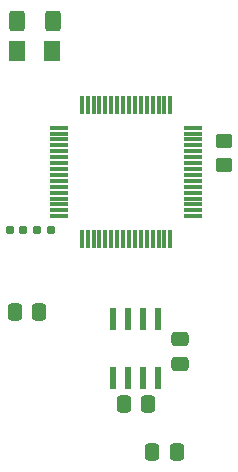
<source format=gbr>
%TF.GenerationSoftware,KiCad,Pcbnew,9.0.0*%
%TF.CreationDate,2025-04-06T17:48:58-04:00*%
%TF.ProjectId,Thruster_Control_Card_COPY,54687275-7374-4657-925f-436f6e74726f,rev?*%
%TF.SameCoordinates,Original*%
%TF.FileFunction,Paste,Top*%
%TF.FilePolarity,Positive*%
%FSLAX46Y46*%
G04 Gerber Fmt 4.6, Leading zero omitted, Abs format (unit mm)*
G04 Created by KiCad (PCBNEW 9.0.0) date 2025-04-06 17:48:58*
%MOMM*%
%LPD*%
G01*
G04 APERTURE LIST*
G04 Aperture macros list*
%AMRoundRect*
0 Rectangle with rounded corners*
0 $1 Rounding radius*
0 $2 $3 $4 $5 $6 $7 $8 $9 X,Y pos of 4 corners*
0 Add a 4 corners polygon primitive as box body*
4,1,4,$2,$3,$4,$5,$6,$7,$8,$9,$2,$3,0*
0 Add four circle primitives for the rounded corners*
1,1,$1+$1,$2,$3*
1,1,$1+$1,$4,$5*
1,1,$1+$1,$6,$7*
1,1,$1+$1,$8,$9*
0 Add four rect primitives between the rounded corners*
20,1,$1+$1,$2,$3,$4,$5,0*
20,1,$1+$1,$4,$5,$6,$7,0*
20,1,$1+$1,$6,$7,$8,$9,0*
20,1,$1+$1,$8,$9,$2,$3,0*%
G04 Aperture macros list end*
%ADD10RoundRect,0.155000X0.212500X0.155000X-0.212500X0.155000X-0.212500X-0.155000X0.212500X-0.155000X0*%
%ADD11R,0.558000X1.969999*%
%ADD12RoundRect,0.250000X0.337500X0.475000X-0.337500X0.475000X-0.337500X-0.475000X0.337500X-0.475000X0*%
%ADD13RoundRect,0.250000X-0.337500X-0.475000X0.337500X-0.475000X0.337500X0.475000X-0.337500X0.475000X0*%
%ADD14RoundRect,0.250000X0.475000X-0.337500X0.475000X0.337500X-0.475000X0.337500X-0.475000X-0.337500X0*%
%ADD15RoundRect,0.250000X0.400000X0.625000X-0.400000X0.625000X-0.400000X-0.625000X0.400000X-0.625000X0*%
%ADD16RoundRect,0.250000X-0.450000X0.350000X-0.450000X-0.350000X0.450000X-0.350000X0.450000X0.350000X0*%
%ADD17RoundRect,0.250001X0.462499X0.624999X-0.462499X0.624999X-0.462499X-0.624999X0.462499X-0.624999X0*%
%ADD18RoundRect,0.075000X-0.700000X-0.075000X0.700000X-0.075000X0.700000X0.075000X-0.700000X0.075000X0*%
%ADD19RoundRect,0.075000X-0.075000X-0.700000X0.075000X-0.700000X0.075000X0.700000X-0.075000X0.700000X0*%
G04 APERTURE END LIST*
D10*
%TO.C,C1*%
X154635000Y-71000000D03*
X153500000Y-71000000D03*
%TD*%
D11*
%TO.C,U6*%
X163700000Y-78576200D03*
X162430000Y-78576200D03*
X161160000Y-78576200D03*
X159890000Y-78576200D03*
X159890000Y-83503800D03*
X161160000Y-83503800D03*
X162430000Y-83503800D03*
X163700000Y-83503800D03*
%TD*%
D12*
%TO.C,22uf*%
X165312500Y-89825000D03*
X163237500Y-89825000D03*
%TD*%
D13*
%TO.C,4.7uf*%
X151587500Y-77925000D03*
X153662500Y-77925000D03*
%TD*%
%TO.C,100nf*%
X160822500Y-85740000D03*
X162897500Y-85740000D03*
%TD*%
D14*
%TO.C,100nf*%
X165575000Y-82350000D03*
X165575000Y-80275000D03*
%TD*%
D15*
%TO.C,1k*%
X154850000Y-53325000D03*
X151750000Y-53325000D03*
%TD*%
D16*
%TO.C,10k*%
X169300000Y-63500000D03*
X169300000Y-65500000D03*
%TD*%
D17*
%TO.C,LED*%
X154737500Y-55850000D03*
X151762500Y-55850000D03*
%TD*%
D18*
%TO.C,U5*%
X155325000Y-62350000D03*
X155325000Y-62850000D03*
X155325000Y-63350000D03*
X155325000Y-63850000D03*
X155325000Y-64350000D03*
X155325000Y-64850000D03*
X155325000Y-65350000D03*
X155325000Y-65850000D03*
X155325000Y-66350000D03*
X155325000Y-66850000D03*
X155325000Y-67350000D03*
X155325000Y-67850000D03*
X155325000Y-68350000D03*
X155325000Y-68850000D03*
X155325000Y-69350000D03*
X155325000Y-69850000D03*
D19*
X157250000Y-71775000D03*
X157750000Y-71775000D03*
X158250000Y-71775000D03*
X158750000Y-71775000D03*
X159250000Y-71775000D03*
X159750000Y-71775000D03*
X160250000Y-71775000D03*
X160750000Y-71775000D03*
X161250000Y-71775000D03*
X161750000Y-71775000D03*
X162250000Y-71775000D03*
X162750000Y-71775000D03*
X163250000Y-71775000D03*
X163750000Y-71775000D03*
X164250000Y-71775000D03*
X164750000Y-71775000D03*
D18*
X166675000Y-69850000D03*
X166675000Y-69350000D03*
X166675000Y-68850000D03*
X166675000Y-68350000D03*
X166675000Y-67850000D03*
X166675000Y-67350000D03*
X166675000Y-66850000D03*
X166675000Y-66350000D03*
X166675000Y-65850000D03*
X166675000Y-65350000D03*
X166675000Y-64850000D03*
X166675000Y-64350000D03*
X166675000Y-63850000D03*
X166675000Y-63350000D03*
X166675000Y-62850000D03*
X166675000Y-62350000D03*
D19*
X164750000Y-60425000D03*
X164250000Y-60425000D03*
X163750000Y-60425000D03*
X163250000Y-60425000D03*
X162750000Y-60425000D03*
X162250000Y-60425000D03*
X161750000Y-60425000D03*
X161250000Y-60425000D03*
X160750000Y-60425000D03*
X160250000Y-60425000D03*
X159750000Y-60425000D03*
X159250000Y-60425000D03*
X158750000Y-60425000D03*
X158250000Y-60425000D03*
X157750000Y-60425000D03*
X157250000Y-60425000D03*
%TD*%
D10*
%TO.C,20pf*%
X152310000Y-71000000D03*
X151175000Y-71000000D03*
%TD*%
M02*

</source>
